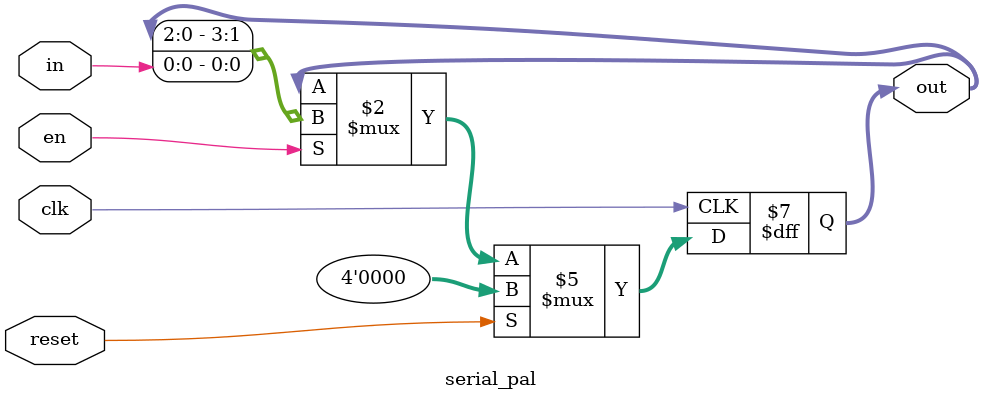
<source format=v>
`timescale 1ns / 1ps

//4Î»´®/²¢×ª»»Æ÷
module serial_pal(
clk, reset, en, in, out
    );
    input clk, reset, en, in;
    output[3:0] out;
    reg[3:0] out;
    always @(posedge clk)
        begin
        if (reset) out <=4'h0;
        else if (en) out <= {out, in};
        end
endmodule

</source>
